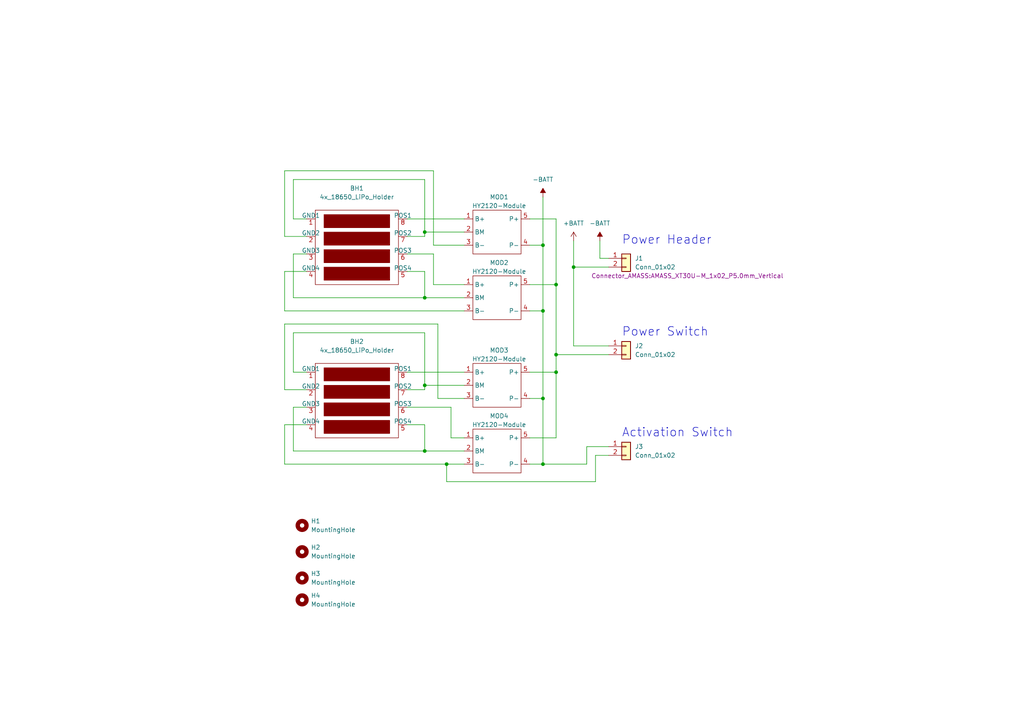
<source format=kicad_sch>
(kicad_sch (version 20211123) (generator eeschema)
  (paper "A4")
  (lib_symbols
    (symbol "Connector_Generic:Conn_01x02" (pin_names (offset 1.016) hide)
      (property "Reference" "J" (at 0 2.54 0))
      (property "Value" "Conn_01x02" (at 0 -5.08 0))
      (symbol "Conn_01x02_1_1"
        (rectangle (start -1.27 -2.413) (end 0 -2.667) (stroke (width 0.1524)))
        (rectangle (start -1.27 0.127) (end 0 -0.127) (stroke (width 0.1524)))
        (rectangle (start -1.27 1.27) (end 1.27 -3.81) (stroke (width 0.254)) (fill (type background)))
        (pin passive line (at -5.08 0 0) (length 3.81) (name "Pin_1") (number "1"))
        (pin passive line (at -5.08 -2.54 0) (length 3.81) (name "Pin_2") (number "2"))
      )
    )
    (symbol "HY2120-Module_1"
      (property "Reference" "MOD" (at 0 7.62 0))
      (property "Value" "HY2120-Module_1" (at 0 -7.62 0))
      (symbol "HY2120-Module_1_0_1"
        (rectangle (start -7.62 6.35) (end 6.35 -6.35))
      )
      (symbol "HY2120-Module_1_1_1"
        (pin power_in line (at -10.16 3.81 0) (length 2.54) (name "B+") (number "1"))
        (pin power_in line (at -10.16 0 0) (length 2.54) (name "BM") (number "2"))
        (pin power_in line (at -10.16 -3.81 0) (length 2.54) (name "B-") (number "3"))
        (pin power_out line (at 8.89 -3.81 180) (length 2.54) (name "P-") (number "4"))
        (pin power_out line (at 8.89 3.81 180) (length 2.54) (name "P+") (number "5"))
      )
    )
    (symbol "HY2120-Module_2"
      (property "Reference" "MOD" (at 0 7.62 0))
      (property "Value" "HY2120-Module_2" (at 0 -7.62 0))
      (symbol "HY2120-Module_2_0_1"
        (rectangle (start -7.62 6.35) (end 6.35 -6.35))
      )
      (symbol "HY2120-Module_2_1_1"
        (pin power_in line (at -10.16 3.81 0) (length 2.54) (name "B+") (number "1"))
        (pin power_in line (at -10.16 0 0) (length 2.54) (name "BM") (number "2"))
        (pin power_in line (at -10.16 -3.81 0) (length 2.54) (name "B-") (number "3"))
        (pin power_out line (at 8.89 -3.81 180) (length 2.54) (name "P-") (number "4"))
        (pin power_out line (at 8.89 3.81 180) (length 2.54) (name "P+") (number "5"))
      )
    )
    (symbol "HY2120-Module_3"
      (property "Reference" "MOD" (at 0 7.62 0))
      (property "Value" "HY2120-Module_3" (at 0 -7.62 0))
      (symbol "HY2120-Module_3_0_1"
        (rectangle (start -7.62 6.35) (end 6.35 -6.35))
      )
      (symbol "HY2120-Module_3_1_1"
        (pin power_in line (at -10.16 3.81 0) (length 2.54) (name "B+") (number "1"))
        (pin power_in line (at -10.16 0 0) (length 2.54) (name "BM") (number "2"))
        (pin power_in line (at -10.16 -3.81 0) (length 2.54) (name "B-") (number "3"))
        (pin power_out line (at 8.89 -3.81 180) (length 2.54) (name "P-") (number "4"))
        (pin power_out line (at 8.89 3.81 180) (length 2.54) (name "P+") (number "5"))
      )
    )
    (symbol "Mechanical:MountingHole" (pin_names (offset 1.016))
      (property "Reference" "H" (at 0 5.08 0))
      (property "Value" "MountingHole" (at 0 3.175 0))
      (symbol "MountingHole_0_1"
        (circle (center 0 0) (radius 1.27) (stroke (width 1.27)))
      )
    )
    (symbol "general:4x_18650_LiPo_Holder" (pin_names (offset 0))
      (property "Reference" "BH" (at 0 11.43 0))
      (property "Value" "4x_18650_LiPo_Holder" (at 0 -12.7 0))
      (symbol "4x_18650_LiPo_Holder_0_1"
        (rectangle (start -12.7 10.16) (end 11.43 -11.43))
        (rectangle (start -10.16 -6.35) (end 8.89 -10.16) (fill (type outline)))
        (rectangle (start -10.16 -1.27) (end 8.89 -5.08) (fill (type outline)))
        (rectangle (start -10.16 3.81) (end 8.89 0) (fill (type outline)))
        (rectangle (start -10.16 8.89) (end 8.89 5.08) (fill (type outline)))
      )
      (symbol "4x_18650_LiPo_Holder_1_1"
        (pin power_out line (at -15.24 7.62 0) (length 2.54) (name "GND1") (number "1"))
        (pin power_out line (at -15.24 2.54 0) (length 2.54) (name "GND2") (number "2"))
        (pin power_out line (at -15.24 -2.54 0) (length 2.54) (name "GND3") (number "3"))
        (pin power_out line (at -15.24 -7.62 0) (length 2.54) (name "GND4") (number "4"))
        (pin power_out line (at 13.97 -7.62 180) (length 2.54) (name "POS4") (number "5"))
        (pin power_out line (at 13.97 -2.54 180) (length 2.54) (name "POS3") (number "6"))
        (pin power_out line (at 13.97 2.54 180) (length 2.54) (name "POS2") (number "7"))
        (pin power_out line (at 13.97 7.62 180) (length 2.54) (name "POS1") (number "8"))
      )
    )
    (symbol "general:HY2120-Module"
      (property "Reference" "MOD" (at 0 7.62 0))
      (property "Value" "HY2120-Module" (at 0 -7.62 0))
      (symbol "HY2120-Module_0_1"
        (rectangle (start -7.62 6.35) (end 6.35 -6.35))
      )
      (symbol "HY2120-Module_1_1"
        (pin power_in line (at -10.16 3.81 0) (length 2.54) (name "B+") (number "1"))
        (pin power_in line (at -10.16 0 0) (length 2.54) (name "BM") (number "2"))
        (pin power_in line (at -10.16 -3.81 0) (length 2.54) (name "B-") (number "3"))
        (pin power_out line (at 8.89 -3.81 180) (length 2.54) (name "P-") (number "4"))
        (pin power_out line (at 8.89 3.81 180) (length 2.54) (name "P+") (number "5"))
      )
    )
    (symbol "power:+BATT" (power) (pin_names (offset 0))
      (property "Value" "+BATT" (at 0 3.556 0))
      (symbol "+BATT_0_1"
        (polyline (pts (xy -0.762 1.27) (xy 0 2.54)))
        (polyline (pts (xy 0 0) (xy 0 2.54)))
        (polyline (pts (xy 0 2.54) (xy 0.762 1.27)))
      )
      (symbol "+BATT_1_1"
        (pin power_in line (at 0 0 90) (length 0) hide (name "+BATT") (number "1"))
      )
    )
    (symbol "power:-BATT" (power) (pin_names (offset 0))
      (property "Value" "-BATT" (at 0 3.556 0))
      (symbol "-BATT_0_1"
        (polyline (pts (xy 0 0) (xy 0 2.54)))
        (polyline (pts (xy 0.762 1.27) (xy -0.762 1.27) (xy 0 2.54) (xy 0.762 1.27)) (fill (type outline)))
      )
      (symbol "-BATT_1_1"
        (pin power_in line (at 0 0 90) (length 0) hide (name "-BATT") (number "1"))
      )
    )
  )
  (junction (at 157.48 71.12))
  (junction (at 123.19 130.81))
  (junction (at 157.48 90.17))
  (junction (at 157.48 115.57))
  (junction (at 161.29 107.95))
  (junction (at 166.37 77.47))
  (junction (at 157.48 134.62))
  (junction (at 161.29 82.55))
  (junction (at 123.19 111.76))
  (junction (at 129.54 134.62))
  (junction (at 161.29 102.87))
  (junction (at 123.19 67.31))
  (junction (at 123.19 86.36))
  (wire (pts (xy 118.11 63.5) (xy 134.62 63.5)))
  (wire (pts (xy 157.48 115.57) (xy 157.48 134.62)))
  (wire (pts (xy 125.73 82.55) (xy 134.62 82.55)))
  (wire (pts (xy 82.55 78.74) (xy 88.9 78.74)))
  (wire (pts (xy 123.19 96.52) (xy 123.19 111.76)))
  (wire (pts (xy 123.19 86.36) (xy 134.62 86.36)))
  (wire (pts (xy 166.37 69.85) (xy 166.37 77.47)))
  (wire (pts (xy 82.55 134.62) (xy 129.54 134.62)))
  (wire (pts (xy 172.72 132.08) (xy 172.72 139.7)))
  (wire (pts (xy 125.73 73.66) (xy 125.73 82.55)))
  (wire (pts (xy 123.19 111.76) (xy 123.19 113.03)))
  (wire (pts (xy 134.62 90.17) (xy 82.55 90.17)))
  (wire (pts (xy 170.18 129.54) (xy 176.53 129.54)))
  (wire (pts (xy 153.67 115.57) (xy 157.48 115.57)))
  (wire (pts (xy 173.99 74.93) (xy 173.99 69.85)))
  (wire (pts (xy 118.11 68.58) (xy 123.19 68.58)))
  (wire (pts (xy 157.48 57.15) (xy 157.48 71.12)))
  (wire (pts (xy 161.29 82.55) (xy 161.29 102.87)))
  (wire (pts (xy 82.55 93.98) (xy 127 93.98)))
  (wire (pts (xy 125.73 71.12) (xy 134.62 71.12)))
  (wire (pts (xy 85.09 63.5) (xy 85.09 52.07)))
  (wire (pts (xy 157.48 134.62) (xy 170.18 134.62)))
  (wire (pts (xy 85.09 52.07) (xy 123.19 52.07)))
  (wire (pts (xy 130.81 118.11) (xy 130.81 127)))
  (wire (pts (xy 123.19 52.07) (xy 123.19 67.31)))
  (wire (pts (xy 129.54 134.62) (xy 134.62 134.62)))
  (wire (pts (xy 82.55 123.19) (xy 82.55 134.62)))
  (wire (pts (xy 130.81 127) (xy 134.62 127)))
  (wire (pts (xy 88.9 63.5) (xy 85.09 63.5)))
  (wire (pts (xy 166.37 77.47) (xy 176.53 77.47)))
  (wire (pts (xy 85.09 118.11) (xy 85.09 130.81)))
  (wire (pts (xy 153.67 127) (xy 161.29 127)))
  (wire (pts (xy 123.19 130.81) (xy 134.62 130.81)))
  (wire (pts (xy 123.19 78.74) (xy 123.19 86.36)))
  (wire (pts (xy 123.19 111.76) (xy 134.62 111.76)))
  (wire (pts (xy 118.11 123.19) (xy 123.19 123.19)))
  (wire (pts (xy 85.09 73.66) (xy 85.09 86.36)))
  (wire (pts (xy 129.54 134.62) (xy 129.54 139.7)))
  (wire (pts (xy 170.18 134.62) (xy 170.18 129.54)))
  (wire (pts (xy 88.9 123.19) (xy 82.55 123.19)))
  (wire (pts (xy 123.19 67.31) (xy 123.19 68.58)))
  (wire (pts (xy 166.37 100.33) (xy 176.53 100.33)))
  (wire (pts (xy 172.72 132.08) (xy 176.53 132.08)))
  (wire (pts (xy 153.67 134.62) (xy 157.48 134.62)))
  (wire (pts (xy 153.67 63.5) (xy 161.29 63.5)))
  (wire (pts (xy 166.37 77.47) (xy 166.37 100.33)))
  (wire (pts (xy 82.55 90.17) (xy 82.55 78.74)))
  (wire (pts (xy 123.19 123.19) (xy 123.19 130.81)))
  (wire (pts (xy 176.53 74.93) (xy 173.99 74.93)))
  (wire (pts (xy 88.9 107.95) (xy 85.09 107.95)))
  (wire (pts (xy 85.09 96.52) (xy 123.19 96.52)))
  (wire (pts (xy 82.55 68.58) (xy 82.55 49.53)))
  (wire (pts (xy 157.48 90.17) (xy 157.48 115.57)))
  (wire (pts (xy 123.19 67.31) (xy 134.62 67.31)))
  (wire (pts (xy 123.19 78.74) (xy 118.11 78.74)))
  (wire (pts (xy 161.29 63.5) (xy 161.29 82.55)))
  (wire (pts (xy 153.67 82.55) (xy 161.29 82.55)))
  (wire (pts (xy 161.29 102.87) (xy 161.29 107.95)))
  (wire (pts (xy 118.11 107.95) (xy 134.62 107.95)))
  (wire (pts (xy 153.67 90.17) (xy 157.48 90.17)))
  (wire (pts (xy 161.29 127) (xy 161.29 107.95)))
  (wire (pts (xy 88.9 68.58) (xy 82.55 68.58)))
  (wire (pts (xy 88.9 113.03) (xy 82.55 113.03)))
  (wire (pts (xy 153.67 107.95) (xy 161.29 107.95)))
  (wire (pts (xy 88.9 73.66) (xy 85.09 73.66)))
  (wire (pts (xy 118.11 118.11) (xy 130.81 118.11)))
  (wire (pts (xy 127 115.57) (xy 134.62 115.57)))
  (wire (pts (xy 88.9 118.11) (xy 85.09 118.11)))
  (wire (pts (xy 85.09 86.36) (xy 123.19 86.36)))
  (wire (pts (xy 129.54 139.7) (xy 172.72 139.7)))
  (wire (pts (xy 82.55 113.03) (xy 82.55 93.98)))
  (wire (pts (xy 118.11 73.66) (xy 125.73 73.66)))
  (wire (pts (xy 82.55 49.53) (xy 125.73 49.53)))
  (wire (pts (xy 153.67 71.12) (xy 157.48 71.12)))
  (wire (pts (xy 127 93.98) (xy 127 115.57)))
  (wire (pts (xy 123.19 113.03) (xy 118.11 113.03)))
  (wire (pts (xy 125.73 49.53) (xy 125.73 71.12)))
  (wire (pts (xy 85.09 107.95) (xy 85.09 96.52)))
  (wire (pts (xy 157.48 71.12) (xy 157.48 90.17)))
  (wire (pts (xy 161.29 102.87) (xy 176.53 102.87)))
  (wire (pts (xy 85.09 130.81) (xy 123.19 130.81)))
  (text "Power Switch" (at 180.34 97.79 0) (effects (font (size 2.5 2.5)) (justify left bottom)))
  (text "Power Header" (at 180.34 71.12 0) (effects (font (size 2.5 2.5)) (justify left bottom)))
  (text "Activation Switch" (at 180.34 127 0) (effects (font (size 2.5 2.5)) (justify left bottom)))
  (symbol (lib_name "HY2120-Module_1") (lib_id "general:HY2120-Module") (at 144.78 86.36 0) (unit 1)
    (property "Reference" "MOD2" (at 144.78 76.2 0))
    (property "Value" "HY2120-Module" (at 144.78 78.74 0))
    (property "Footprint" "General:HY2120" (effects hide))
  )
  (symbol (lib_id "general:HY2120-Module") (at 144.78 67.31 0) (unit 1)
    (property "Reference" "MOD1" (at 144.78 57.15 0))
    (property "Value" "HY2120-Module" (at 144.78 59.69 0))
    (property "Footprint" "General:HY2120" (effects hide))
  )
  (symbol (lib_id "power:+BATT") (at 166.37 69.85 0) (unit 1)
    (property "Reference" "#PWR?" (effects hide))
    (property "Value" "+BATT" (at 166.37 64.77 0))
  )
  (symbol (lib_id "Connector_Generic:Conn_01x02") (at 181.61 100.33 0) (unit 1)
    (property "Reference" "J2" (at 184.15 100.3299 0) (effects (justify left)))
    (property "Value" "Conn_01x02" (at 184.15 102.8699 0) (effects (justify left)))
    (property "Footprint" "General:+Batt Conn." (effects hide))
  )
  (symbol (lib_name "HY2120-Module_2") (lib_id "general:HY2120-Module") (at 144.78 130.81 0) (unit 1)
    (property "Reference" "MOD4" (at 144.78 120.65 0))
    (property "Value" "HY2120-Module" (at 144.78 123.19 0))
    (property "Footprint" "General:HY2120" (effects hide))
  )
  (symbol (lib_name "HY2120-Module_3") (lib_id "general:HY2120-Module") (at 144.78 111.76 0) (unit 1)
    (property "Reference" "MOD3" (at 144.78 101.6 0))
    (property "Value" "HY2120-Module" (at 144.78 104.14 0))
    (property "Footprint" "General:HY2120" (effects hide))
  )
  (symbol (lib_id "general:4x_18650_LiPo_Holder") (at 104.14 71.12 0) (unit 1)
    (property "Reference" "BH1" (at 103.505 54.61 0))
    (property "Value" "4x_18650_LiPo_Holder" (at 103.505 57.15 0))
    (property "Footprint" "General:4x_18650_LiPo_Module" (effects hide))
  )
  (symbol (lib_id "power:-BATT") (at 173.99 69.85 0) (unit 1)
    (property "Reference" "#PWR?" (effects hide))
    (property "Value" "-BATT" (at 173.99 64.77 0))
  )
  (symbol (lib_id "Mechanical:MountingHole") (at 87.63 173.99 0) (unit 1)
    (property "Reference" "H4" (at 90.17 172.7199 0) (effects (justify left)))
    (property "Value" "MountingHole" (at 90.17 175.2599 0) (effects (justify left)))
    (property "Footprint" "MountingHole:MountingHole_3.2mm_M3" (effects hide))
  )
  (symbol (lib_id "Mechanical:MountingHole") (at 87.63 167.64 0) (unit 1)
    (property "Reference" "H3" (at 90.17 166.3699 0) (effects (justify left)))
    (property "Value" "MountingHole" (at 90.17 168.9099 0) (effects (justify left)))
    (property "Footprint" "MountingHole:MountingHole_3.2mm_M3" (effects hide))
  )
  (symbol (lib_id "Mechanical:MountingHole") (at 87.63 160.02 0) (unit 1)
    (property "Reference" "H2" (at 90.17 158.7499 0) (effects (justify left)))
    (property "Value" "MountingHole" (at 90.17 161.2899 0) (effects (justify left)))
    (property "Footprint" "MountingHole:MountingHole_3.2mm_M3" (effects hide))
  )
  (symbol (lib_id "power:-BATT") (at 157.48 57.15 0) (unit 1)
    (property "Reference" "#PWR?" (effects hide))
    (property "Value" "-BATT" (at 157.48 52.07 0))
  )
  (symbol (lib_id "Connector_Generic:Conn_01x02") (at 181.61 129.54 0) (unit 1)
    (property "Reference" "J3" (at 184.15 129.5399 0) (effects (justify left)))
    (property "Value" "Conn_01x02" (at 184.15 132.0799 0) (effects (justify left)))
    (property "Footprint" "Connector_PinHeader_2.54mm:PinHeader_1x02_P2.54mm_Vertical" (effects hide))
  )
  (symbol (lib_id "Connector_Generic:Conn_01x02") (at 181.61 74.93 0) (unit 1)
    (property "Reference" "J1" (at 184.15 74.9299 0) (effects (justify left)))
    (property "Value" "Conn_01x02" (at 184.15 77.4699 0) (effects (justify left)))
    (property "Footprint" "Connector_AMASS:AMASS_XT30U-M_1x02_P5.0mm_Vertical" (at 199.39 80.01 0))
  )
  (symbol (lib_id "Mechanical:MountingHole") (at 87.63 152.4 0) (unit 1)
    (property "Reference" "H1" (at 90.17 151.1299 0) (effects (justify left)))
    (property "Value" "MountingHole" (at 90.17 153.6699 0) (effects (justify left)))
    (property "Footprint" "MountingHole:MountingHole_3.2mm_M3" (effects hide))
  )
  (symbol (lib_id "general:4x_18650_LiPo_Holder") (at 104.14 115.57 0) (unit 1)
    (property "Reference" "BH2" (at 103.505 99.06 0))
    (property "Value" "4x_18650_LiPo_Holder" (at 103.505 101.6 0))
    (property "Footprint" "General:4x_18650_LiPo_Module" (effects hide))
  )
)
</source>
